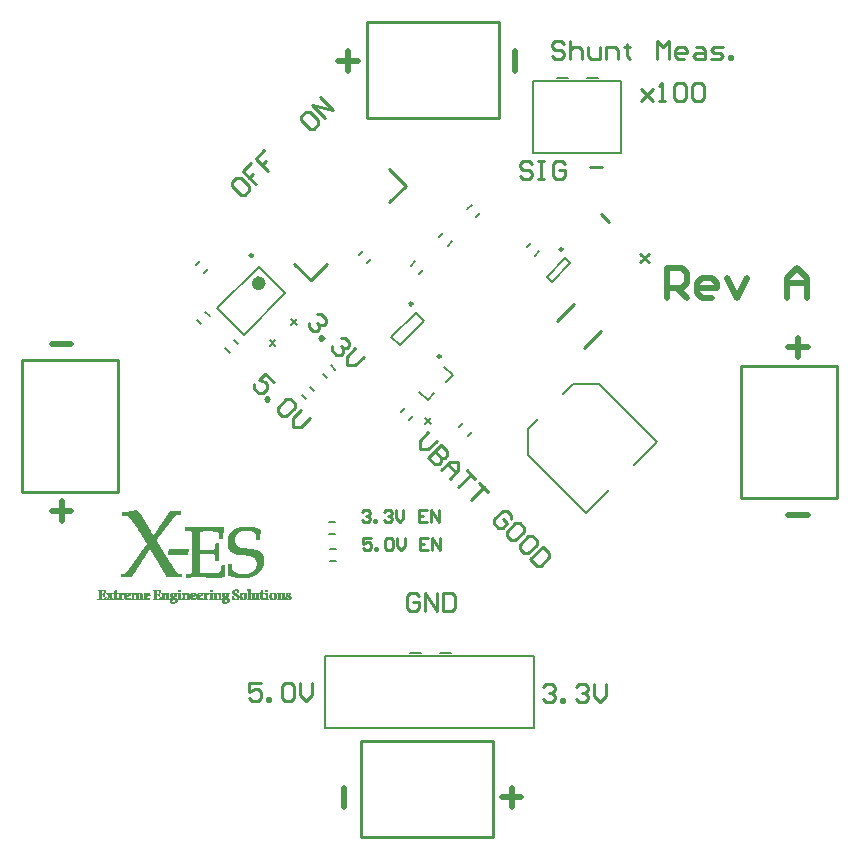
<source format=gto>
G04*
G04 #@! TF.GenerationSoftware,Altium Limited,Altium Designer,18.1.6 (161)*
G04*
G04 Layer_Color=65535*
%FSLAX25Y25*%
%MOIN*%
G70*
G01*
G75*
%ADD10C,0.00984*%
%ADD11C,0.02362*%
%ADD12C,0.00787*%
%ADD13C,0.01000*%
%ADD14C,0.00100*%
%ADD15C,0.00500*%
%ADD16C,0.01968*%
%ADD17C,0.00591*%
D10*
X168183Y211795D02*
G03*
X168183Y211795I-492J0D01*
G01*
X218187Y229922D02*
G03*
X218187Y229922I-492J0D01*
G01*
X177556Y194178D02*
G03*
X177556Y194178I-492J0D01*
G01*
X114946Y227912D02*
G03*
X114946Y227912I-492J0D01*
G01*
D11*
X118057Y218641D02*
G03*
X118057Y218641I-1181J0D01*
G01*
D12*
X161107Y200702D02*
X169180Y208775D01*
X163891Y197918D02*
X171964Y205991D01*
X169180Y208775D02*
X171964Y205991D01*
X161107Y200702D02*
X163891Y197918D01*
X219156Y226929D02*
X220827Y225259D01*
X213032Y220804D02*
X214702Y219134D01*
X213032Y220804D02*
X219156Y226929D01*
X214702Y219134D02*
X220827Y225259D01*
X153058Y225274D02*
X154450Y226666D01*
X150274Y228058D02*
X151666Y229450D01*
X140551Y130118D02*
X142520D01*
X140551Y126181D02*
X142520D01*
X140354Y138976D02*
X142323D01*
X140354Y135039D02*
X142323D01*
X178734Y190838D02*
X181518Y188054D01*
X179291Y185827D02*
X181518Y188054D01*
X170383Y182486D02*
X173167Y179702D01*
X175394Y181929D01*
X218189Y181616D02*
X221669Y185096D01*
X230299D01*
X206636Y161433D02*
Y170063D01*
X210116Y173543D01*
X230299Y185096D02*
X249647Y165748D01*
X241852Y157953D02*
X249647Y165748D01*
X225984Y142085D02*
X233779Y149880D01*
X206636Y161433D02*
X225984Y142085D01*
X189279Y240629D02*
X190671Y242021D01*
X186495Y243412D02*
X187887Y244804D01*
X179863Y231180D02*
X181255Y232572D01*
X177079Y233964D02*
X178471Y235356D01*
X170381Y221731D02*
X171773Y223123D01*
X167597Y224515D02*
X168989Y225907D01*
X208964Y227833D02*
X210356Y229225D01*
X206180Y230617D02*
X207572Y232009D01*
X98728Y221928D02*
X100119Y223320D01*
X95944Y224712D02*
X97335Y226104D01*
X186523Y167794D02*
X187915Y169186D01*
X183739Y170578D02*
X185131Y171970D01*
X102956Y210290D02*
X116876Y224209D01*
X111865Y201381D02*
X125784Y215301D01*
X116876Y224209D02*
X125784Y215301D01*
X102956Y210290D02*
X111865Y201381D01*
X131180Y181391D02*
X132572Y179999D01*
X133964Y184175D02*
X135356Y182783D01*
X105814Y196914D02*
X107206Y195522D01*
X108598Y199698D02*
X109990Y198306D01*
X164251Y175696D02*
X165643Y177088D01*
X167035Y172912D02*
X168427Y174304D01*
X138266Y188477D02*
X139658Y187085D01*
X141050Y191261D02*
X142442Y189869D01*
X96337Y206391D02*
X97729Y204999D01*
X99121Y209174D02*
X100513Y207783D01*
D13*
X160410Y245565D02*
X165978Y251132D01*
X160410Y256700D02*
X165978Y251132D01*
X134241Y219652D02*
X139809Y225220D01*
X128674D02*
X134241Y219652D01*
X216359Y205906D02*
X222016Y211563D01*
X225197Y197067D02*
X230854Y202724D01*
X152878Y273835D02*
Y305835D01*
Y273835D02*
X196878D01*
X152878Y305835D02*
X196878D01*
Y273835D02*
Y305835D01*
X37984Y148941D02*
X69984D01*
Y192941D01*
X37984Y148941D02*
Y192941D01*
X69984D01*
X277772Y190941D02*
X309772D01*
X277772Y146941D02*
Y190941D01*
X309772Y146941D02*
Y190941D01*
X277772Y146941D02*
X309772D01*
X194878Y34047D02*
Y66047D01*
X150878D02*
X194878D01*
X150878Y34047D02*
X194878D01*
X150878D02*
Y66047D01*
X207936Y258345D02*
X206936Y259345D01*
X204937D01*
X203937Y258345D01*
Y257345D01*
X204937Y256346D01*
X206936D01*
X207936Y255346D01*
Y254346D01*
X206936Y253346D01*
X204937D01*
X203937Y254346D01*
X209935Y259345D02*
X211934D01*
X210935D01*
Y253346D01*
X209935D01*
X211934D01*
X218932Y258345D02*
X217933Y259345D01*
X215933D01*
X214933Y258345D01*
Y254346D01*
X215933Y253346D01*
X217933D01*
X218932Y254346D01*
Y256346D01*
X216933D01*
X227362Y257527D02*
X231361D01*
X230861Y241884D02*
X233688Y239057D01*
X244050Y228499D02*
X246877Y225671D01*
X246877Y228499D02*
X244050Y225671D01*
X109494Y253803D02*
X108080Y252389D01*
Y250975D01*
X110907Y248148D01*
X112321D01*
X113735Y249562D01*
Y250975D01*
X110907Y253803D01*
X109494D01*
X114442Y258751D02*
X111614Y255924D01*
X113735Y253803D01*
X115149Y255217D01*
X113735Y253803D01*
X115855Y251682D01*
X118683Y262992D02*
X115855Y260165D01*
X117976Y258044D01*
X119390Y259458D01*
X117976Y258044D01*
X120097Y255924D01*
X132525Y275850D02*
X131111Y274436D01*
Y273023D01*
X133939Y270195D01*
X135353D01*
X136766Y271609D01*
Y273023D01*
X133939Y275850D01*
X132525D01*
X138887Y273729D02*
X134646Y277971D01*
X141715Y276557D01*
X137473Y280798D01*
X218762Y298502D02*
X217763Y299502D01*
X215763D01*
X214764Y298502D01*
Y297503D01*
X215763Y296503D01*
X217763D01*
X218762Y295503D01*
Y294504D01*
X217763Y293504D01*
X215763D01*
X214764Y294504D01*
X220762Y299502D02*
Y293504D01*
Y296503D01*
X221761Y297503D01*
X223761D01*
X224761Y296503D01*
Y293504D01*
X226760Y297503D02*
Y294504D01*
X227760Y293504D01*
X230759D01*
Y297503D01*
X232758Y293504D02*
Y297503D01*
X235757D01*
X236757Y296503D01*
Y293504D01*
X239756Y298502D02*
Y297503D01*
X238756D01*
X240755D01*
X239756D01*
Y294504D01*
X240755Y293504D01*
X249752D02*
Y299502D01*
X251752Y297503D01*
X253751Y299502D01*
Y293504D01*
X258750D02*
X256750D01*
X255750Y294504D01*
Y296503D01*
X256750Y297503D01*
X258750D01*
X259749Y296503D01*
Y295503D01*
X255750D01*
X262748Y297503D02*
X264748D01*
X265747Y296503D01*
Y293504D01*
X262748D01*
X261749Y294504D01*
X262748Y295503D01*
X265747D01*
X267747Y293504D02*
X270746D01*
X271745Y294504D01*
X270746Y295503D01*
X268746D01*
X267747Y296503D01*
X268746Y297503D01*
X271745D01*
X273745Y293504D02*
Y294504D01*
X274744D01*
Y293504D01*
X273745D01*
X244291Y283526D02*
X248290Y279528D01*
X246291Y281527D01*
X248290Y283526D01*
X244291Y279528D01*
X250289D02*
X252289D01*
X251289D01*
Y285526D01*
X250289Y284526D01*
X255288D02*
X256288Y285526D01*
X258287D01*
X259286Y284526D01*
Y280527D01*
X258287Y279528D01*
X256288D01*
X255288Y280527D01*
Y284526D01*
X261286D02*
X262285Y285526D01*
X264285D01*
X265285Y284526D01*
Y280527D01*
X264285Y279528D01*
X262285D01*
X261286Y280527D01*
Y284526D01*
X170337Y114447D02*
X169338Y115447D01*
X167338D01*
X166339Y114447D01*
Y110449D01*
X167338Y109449D01*
X169338D01*
X170337Y110449D01*
Y112448D01*
X168338D01*
X172337Y109449D02*
Y115447D01*
X176335Y109449D01*
Y115447D01*
X178335D02*
Y109449D01*
X181334D01*
X182333Y110449D01*
Y114447D01*
X181334Y115447D01*
X178335D01*
X211614Y83935D02*
X212614Y84935D01*
X214613D01*
X215613Y83935D01*
Y82936D01*
X214613Y81936D01*
X213614D01*
X214613D01*
X215613Y80936D01*
Y79937D01*
X214613Y78937D01*
X212614D01*
X211614Y79937D01*
X217612Y78937D02*
Y79937D01*
X218612D01*
Y78937D01*
X217612D01*
X222611Y83935D02*
X223610Y84935D01*
X225610D01*
X226609Y83935D01*
Y82936D01*
X225610Y81936D01*
X224610D01*
X225610D01*
X226609Y80936D01*
Y79937D01*
X225610Y78937D01*
X223610D01*
X222611Y79937D01*
X228609Y84935D02*
Y80936D01*
X230608Y78937D01*
X232607Y80936D01*
Y84935D01*
X117507Y85329D02*
X113509D01*
Y82330D01*
X115508Y83329D01*
X116508D01*
X117507Y82330D01*
Y80330D01*
X116508Y79331D01*
X114508D01*
X113509Y80330D01*
X119507Y79331D02*
Y80330D01*
X120506D01*
Y79331D01*
X119507D01*
X124505Y84329D02*
X125505Y85329D01*
X127504D01*
X128504Y84329D01*
Y80330D01*
X127504Y79331D01*
X125505D01*
X124505Y80330D01*
Y84329D01*
X130503Y85329D02*
Y81330D01*
X132502Y79331D01*
X134502Y81330D01*
Y85329D01*
X151378Y142453D02*
X152034Y143109D01*
X153346D01*
X154002Y142453D01*
Y141797D01*
X153346Y141141D01*
X152690D01*
X153346D01*
X154002Y140485D01*
Y139829D01*
X153346Y139173D01*
X152034D01*
X151378Y139829D01*
X155314Y139173D02*
Y139829D01*
X155970D01*
Y139173D01*
X155314D01*
X158593Y142453D02*
X159249Y143109D01*
X160561D01*
X161217Y142453D01*
Y141797D01*
X160561Y141141D01*
X159905D01*
X160561D01*
X161217Y140485D01*
Y139829D01*
X160561Y139173D01*
X159249D01*
X158593Y139829D01*
X162529Y143109D02*
Y140485D01*
X163841Y139173D01*
X165153Y140485D01*
Y143109D01*
X173024D02*
X170401D01*
Y139173D01*
X173024D01*
X170401Y141141D02*
X171713D01*
X174336Y139173D02*
Y143109D01*
X176960Y139173D01*
Y143109D01*
X154395Y133660D02*
X151772D01*
Y131692D01*
X153084Y132348D01*
X153740D01*
X154395Y131692D01*
Y130380D01*
X153740Y129724D01*
X152428D01*
X151772Y130380D01*
X155707Y129724D02*
Y130380D01*
X156363D01*
Y129724D01*
X155707D01*
X158987Y133004D02*
X159643Y133660D01*
X160955D01*
X161611Y133004D01*
Y130380D01*
X160955Y129724D01*
X159643D01*
X158987Y130380D01*
Y133004D01*
X162923Y133660D02*
Y131036D01*
X164235Y129724D01*
X165547Y131036D01*
Y133660D01*
X173418D02*
X170794D01*
Y129724D01*
X173418D01*
X170794Y131692D02*
X172106D01*
X174730Y129724D02*
Y133660D01*
X177354Y129724D01*
Y133660D01*
X121833Y185666D02*
X119005Y188493D01*
X116884Y186373D01*
X119005Y185666D01*
X119712Y184959D01*
Y183545D01*
X118298Y182131D01*
X116884D01*
X115471Y183545D01*
Y184959D01*
X119005Y180011D02*
X119712Y180718D01*
X120419Y180011D01*
X119712Y179304D01*
X119005Y180011D01*
X126074D02*
X127488D01*
X128901Y178597D01*
Y177183D01*
X126074Y174356D01*
X124660D01*
X123246Y175769D01*
Y177183D01*
X126074Y180011D01*
X131022Y176476D02*
X128194Y173649D01*
Y170821D01*
X131022Y170821D01*
X133850Y173649D01*
X136408Y208259D02*
X137822D01*
X139236Y206845D01*
Y205431D01*
X138529Y204724D01*
X137115D01*
X136408Y205431D01*
X137115Y204724D01*
Y203311D01*
X136408Y202604D01*
X134995D01*
X133581Y204017D01*
Y205431D01*
X137115Y200483D02*
X137822Y201190D01*
X138529Y200483D01*
X137822Y199776D01*
X137115Y200483D01*
X144184D02*
X145598D01*
X147012Y199069D01*
Y197656D01*
X146305Y196949D01*
X144891D01*
X144184Y197656D01*
X144891Y196949D01*
Y195535D01*
X144184Y194828D01*
X142770D01*
X141357Y196242D01*
Y197656D01*
X149132Y196949D02*
X146305Y194121D01*
Y191294D01*
X149132Y191294D01*
X151960Y194121D01*
X173464Y169005D02*
X170637Y166177D01*
Y163350D01*
X173464Y163350D01*
X176292Y166177D01*
X177705Y164764D02*
X173464Y160522D01*
X175585Y158402D01*
X176998D01*
X177705Y159109D01*
Y160522D01*
X175585Y162643D01*
X177705Y160522D01*
X179119D01*
X179826Y161229D01*
Y162643D01*
X177705Y164764D01*
Y156281D02*
X180533Y159109D01*
X183360D01*
X183360Y156281D01*
X180533Y153454D01*
X182653Y155574D01*
X179826Y158402D01*
X186188Y156281D02*
X189015Y153454D01*
X187602Y154867D01*
X183360Y150626D01*
X190429Y152040D02*
X193257Y149213D01*
X191843Y150626D01*
X187602Y146385D01*
X201032Y140023D02*
Y141437D01*
X199619Y142850D01*
X198205D01*
X195377Y140023D01*
Y138609D01*
X196791Y137196D01*
X198205D01*
X199619Y138609D01*
X198205Y140023D01*
X205274Y137196D02*
X203860Y138609D01*
X202446D01*
X199619Y135782D01*
Y134368D01*
X201032Y132954D01*
X202446D01*
X205274Y135782D01*
Y137196D01*
X209515Y132954D02*
X208101Y134368D01*
X206687D01*
X203860Y131541D01*
Y130127D01*
X205274Y128713D01*
X206687D01*
X209515Y131541D01*
Y132954D01*
X211635Y130834D02*
X207394Y126592D01*
X209515Y124472D01*
X210929D01*
X213756Y127299D01*
Y128713D01*
X211635Y130834D01*
D14*
X92309Y137125D02*
X105109D01*
X83509D02*
X85409D01*
X76509D02*
X80009D01*
X110309Y137225D02*
X115309D01*
X92309D02*
X105109D01*
X83609D02*
X85509D01*
X76409D02*
X79909D01*
X110709Y137325D02*
X114809D01*
X101709D02*
X103209D01*
X92409D02*
X92509D01*
X83609D02*
X85609D01*
X76309D02*
X79909D01*
X111209Y137425D02*
X114209D01*
X83709D02*
X85609D01*
X76309D02*
X79809D01*
X112309Y137525D02*
X113109D01*
X83809D02*
X85709D01*
X76209D02*
X79709D01*
X83809Y137625D02*
X85809D01*
X76109D02*
X79709D01*
X83909Y137725D02*
X85909D01*
X76109D02*
X79609D01*
X84009Y137825D02*
X85909D01*
X76009D02*
X79609D01*
X84109Y137925D02*
X86009D01*
X75909D02*
X79509D01*
X84109Y138025D02*
X86109D01*
X75909D02*
X79409D01*
X84209Y138125D02*
X86209D01*
X75809D02*
X79409D01*
X84309Y138225D02*
X86209D01*
X75709D02*
X79309D01*
X84309Y138325D02*
X86309D01*
X75709D02*
X79309D01*
X84409Y138425D02*
X86409D01*
X75609D02*
X79209D01*
X84509Y138525D02*
X86509D01*
X75509D02*
X79109D01*
X84509Y138625D02*
X86609D01*
X75509D02*
X79109D01*
X84609Y138725D02*
X86609D01*
X75409D02*
X79009D01*
X84709Y138825D02*
X86709D01*
X75309D02*
X79009D01*
X84709Y138925D02*
X86809D01*
X75309D02*
X78909D01*
X84809Y139025D02*
X86909D01*
X75209D02*
X78909D01*
X84909Y139125D02*
X86909D01*
X75109D02*
X78809D01*
X84909Y139225D02*
X87009D01*
X75009D02*
X78709D01*
X85009Y139325D02*
X87109D01*
X75009D02*
X78709D01*
X85109Y139425D02*
X87209D01*
X74909D02*
X78609D01*
X85209Y139525D02*
X87309D01*
X74809D02*
X78609D01*
X85209Y139625D02*
X87309D01*
X74709D02*
X78509D01*
X85309Y139725D02*
X87409D01*
X74709D02*
X78409D01*
X85409Y139825D02*
X87509D01*
X74609D02*
X78409D01*
X85409Y139925D02*
X87609D01*
X74509D02*
X78309D01*
X85509Y140025D02*
X87709D01*
X74409D02*
X78309D01*
X85609Y140125D02*
X87709D01*
X74309D02*
X78209D01*
X85609Y140225D02*
X87809D01*
X74209D02*
X78109D01*
X85709Y140325D02*
X87909D01*
X74109D02*
X78109D01*
X85809Y140425D02*
X88009D01*
X74009D02*
X78009D01*
X85809Y140525D02*
X88109D01*
X73909D02*
X77909D01*
X85909Y140625D02*
X88209D01*
X73809D02*
X77909D01*
X86009Y140725D02*
X88209D01*
X73709D02*
X77809D01*
X86009Y140825D02*
X88309D01*
X73609D02*
X77809D01*
X86109Y140925D02*
X88409D01*
X73509D02*
X77709D01*
X86209Y141025D02*
X88509D01*
X73309D02*
X77609D01*
X86309Y141125D02*
X88609D01*
X73209D02*
X77509D01*
X86309Y141225D02*
X88709D01*
X72909D02*
X77509D01*
X86409Y141325D02*
X88809D01*
X72609D02*
X77409D01*
X71309D02*
X71909D01*
X86509Y141425D02*
X88909D01*
X71309D02*
X77309D01*
X86509Y141525D02*
X89009D01*
X71309D02*
X77309D01*
X86609Y141625D02*
X89109D01*
X71309D02*
X77209D01*
X86709Y141725D02*
X89409D01*
X71309D02*
X77109D01*
X86709Y141825D02*
X90609D01*
X71309D02*
X77009D01*
X86809Y141925D02*
X90609D01*
X71309D02*
X76909D01*
X86909Y142025D02*
X90609D01*
X71309D02*
X76809D01*
X86909Y142125D02*
X90609D01*
X71309D02*
X76809D01*
X87009Y142225D02*
X90609D01*
X71309D02*
X76709D01*
X87109Y142325D02*
X90609D01*
X71609D02*
X76609D01*
X87109Y142425D02*
X90609D01*
X72309D02*
X76509D01*
X87209Y142525D02*
X90609D01*
X72909D02*
X76409D01*
X87309Y142625D02*
X90609D01*
X73509D02*
X76309D01*
X87309Y142725D02*
X90609D01*
X74209D02*
X76109D01*
X74809Y142825D02*
X76009D01*
X75409Y142925D02*
X75909D01*
X108109Y113625D02*
X108609D01*
X92909D02*
X93509D01*
X98609D02*
X99209D01*
X112009D02*
X112509D01*
X113309D02*
X114009D01*
X102109D02*
X102709D01*
X104709D02*
X106509D01*
X114809D02*
X115609D01*
X100709D02*
X101309D01*
X96309D02*
X98009D01*
X103509D02*
X104109D01*
X109509D02*
X110009D01*
X94209D02*
X95809D01*
X115709D02*
X116809D01*
X110709D02*
X111309D01*
X117509D02*
X118209D01*
X121909D02*
X122409D01*
X120609D02*
X121209D01*
X118509D02*
X118609D01*
X119109D02*
X119809D01*
X123309D02*
X123909D01*
X124709D02*
X125309D01*
X125909D02*
X126309D01*
X126909D02*
X127409D01*
X63409Y113525D02*
X65709D01*
X66109D02*
X66709D01*
X67309D02*
X68109D01*
X68809D02*
X69909D01*
X70309D02*
X71109D01*
X72309D02*
X73809D01*
X74409D02*
X75209D01*
X75809D02*
X76609D01*
X77209D02*
X78009D01*
X78809D02*
X80209D01*
X81809D02*
X84209D01*
X84609D02*
X85409D01*
X86109D02*
X86809D01*
X87409D02*
X89309D01*
X89909D02*
X90709D01*
X91309D02*
X92109D01*
X92809D02*
X93509D01*
X94209D02*
X95709D01*
X96409D02*
X97909D01*
X98509D02*
X99309D01*
X100609D02*
X101409D01*
X102009D02*
X102709D01*
X103409D02*
X104209D01*
X104809D02*
X106709D01*
X108109D02*
X108809D01*
X109409D02*
X109909D01*
X110809D02*
X111409D01*
X111909D02*
X112409D01*
X113209D02*
X114109D01*
X114809D02*
X117009D01*
X117509D02*
X118609D01*
X119109D02*
X119909D01*
X120709D02*
X121409D01*
X121809D02*
X122309D01*
X123209D02*
X124009D01*
X124609D02*
X125409D01*
X125909D02*
X126409D01*
X126909D02*
X127309D01*
X63109Y113425D02*
X65709D01*
X65809D02*
X66909D01*
X67109D02*
X68409D01*
X68809D02*
X69909D01*
X70109D02*
X71509D01*
X72409D02*
X73709D01*
X74109D02*
X75309D01*
X75609D02*
X76809D01*
X77009D02*
X78209D01*
X78909D02*
X80109D01*
X81509D02*
X84209D01*
X84409D02*
X85609D01*
X85909D02*
X87009D01*
X87509D02*
X89409D01*
X89709D02*
X91009D01*
X91109D02*
X92309D01*
X92609D02*
X93809D01*
X94409D02*
X95609D01*
X96509D02*
X97809D01*
X98309D02*
X99609D01*
X100309D02*
X101609D01*
X101709D02*
X102909D01*
X103209D02*
X104409D01*
X104809D02*
X106809D01*
X108109D02*
X109809D01*
X110909D02*
X112309D01*
X113009D02*
X114309D01*
X114909D02*
X115909D01*
X116109D02*
X117009D01*
X117509D02*
X118609D01*
X118809D02*
X120109D01*
X120809D02*
X122209D01*
X122909D02*
X124209D01*
X124409D02*
X125609D01*
X125909D02*
X127209D01*
X63109Y113325D02*
X65709D01*
X65809D02*
X66909D01*
X67109D02*
X68409D01*
X68909D02*
X69709D01*
X70109D02*
X71509D01*
X72609D02*
X73509D01*
X74109D02*
X75309D01*
X75609D02*
X76809D01*
X77009D02*
X78209D01*
X79009D02*
X80009D01*
X81509D02*
X84109D01*
X84409D02*
X85609D01*
X85909D02*
X87009D01*
X87609D02*
X89509D01*
X89709D02*
X91009D01*
X91109D02*
X92309D01*
X92609D02*
X93809D01*
X94509D02*
X95509D01*
X96709D02*
X97609D01*
X98309D02*
X99609D01*
X100309D02*
X101609D01*
X101709D02*
X102909D01*
X103209D02*
X104409D01*
X104909D02*
X106909D01*
X108309D02*
X109609D01*
X111109D02*
X112109D01*
X113009D02*
X114309D01*
X115009D02*
X115809D01*
X116109D02*
X116609D01*
X117609D02*
X118409D01*
X118809D02*
X120109D01*
X121009D02*
X122009D01*
X122909D02*
X124209D01*
X124409D02*
X125609D01*
X126009D02*
X127109D01*
X69109Y113225D02*
X69409D01*
X72909D02*
X73209D01*
X79309D02*
X79709D01*
X87709D02*
X89509D01*
X94809D02*
X95209D01*
X97009D02*
X97309D01*
X105109D02*
X106909D01*
X108709D02*
X109309D01*
X111409D02*
X111809D01*
X115209D02*
X115509D01*
X117909D02*
X118109D01*
X121309D02*
X121709D01*
X126409D02*
X126809D01*
X87609Y113125D02*
X87909D01*
X88909D02*
X89509D01*
X104909D02*
X105309D01*
X106209D02*
X106909D01*
X87409Y113025D02*
X87809D01*
X89009D02*
X89509D01*
X104809D02*
X105209D01*
X106409D02*
X106909D01*
X87309Y112925D02*
X87809D01*
X89009D02*
X89509D01*
X104709D02*
X105209D01*
X106409D02*
X106909D01*
X87309Y112825D02*
X87809D01*
X89009D02*
X89509D01*
X104609D02*
X105109D01*
X106409D02*
X106909D01*
X87209Y112725D02*
X87809D01*
X89009D02*
X89409D01*
X104609D02*
X105109D01*
X106409D02*
X106809D01*
X87209Y112625D02*
X87809D01*
X89009D02*
X89409D01*
X104609D02*
X105209D01*
X106409D02*
X106809D01*
X87309Y112525D02*
X87909D01*
X88909D02*
X89309D01*
X104609D02*
X105309D01*
X106309D02*
X106709D01*
X87309Y112425D02*
X88109D01*
X88709D02*
X89209D01*
X104709D02*
X105509D01*
X106109D02*
X106609D01*
X87409Y112325D02*
X89109D01*
X104709D02*
X106509D01*
X87509Y112225D02*
X88909D01*
X104909D02*
X106309D01*
X87709Y112125D02*
X88709D01*
X105109D02*
X106009D01*
X116109Y133925D02*
X117009D01*
X106709D02*
X108709D01*
X103809D02*
X104709D01*
X94709D02*
X97109D01*
X78409D02*
X83009D01*
X116109Y134025D02*
X117009D01*
X106709D02*
X108709D01*
X103809D02*
X104709D01*
X94609D02*
X97109D01*
X78409D02*
X83109D01*
X116109Y134125D02*
X117009D01*
X106809D02*
X108709D01*
X103809D02*
X104709D01*
X94609D02*
X97109D01*
X78309D02*
X83109D01*
X116109Y134225D02*
X117009D01*
X106809D02*
X108809D01*
X103809D02*
X104709D01*
X94609D02*
X97109D01*
X78309D02*
X83209D01*
X116109Y134325D02*
X117009D01*
X106809D02*
X108809D01*
X103809D02*
X104709D01*
X94609D02*
X97109D01*
X78209D02*
X83309D01*
X116109Y134425D02*
X117109D01*
X106909D02*
X108809D01*
X103809D02*
X104709D01*
X94609D02*
X97109D01*
X78109D02*
X83409D01*
X116109Y134525D02*
X117109D01*
X106909D02*
X108909D01*
X103809D02*
X104709D01*
X94609D02*
X97109D01*
X81709D02*
X83409D01*
X78109D02*
X81509D01*
X116109Y134625D02*
X117109D01*
X107009D02*
X108909D01*
X103809D02*
X104809D01*
X94609D02*
X97109D01*
X81809D02*
X83509D01*
X78009D02*
X81409D01*
X116109Y134725D02*
X117109D01*
X107009D02*
X109009D01*
X103809D02*
X104809D01*
X94609D02*
X97109D01*
X81809D02*
X83609D01*
X78009D02*
X81409D01*
X116109Y134825D02*
X117109D01*
X107109D02*
X109009D01*
X103809D02*
X104809D01*
X94609D02*
X97109D01*
X81909D02*
X83709D01*
X77909D02*
X81309D01*
X116109Y134925D02*
X117109D01*
X107109D02*
X109109D01*
X103709D02*
X104809D01*
X94609D02*
X97109D01*
X82009D02*
X83709D01*
X77809D02*
X81309D01*
X116109Y135025D02*
X117109D01*
X107209D02*
X109209D01*
X103709D02*
X104809D01*
X94609D02*
X97109D01*
X82109D02*
X83809D01*
X77809D02*
X81209D01*
X116009Y135125D02*
X117109D01*
X107209D02*
X109209D01*
X103709D02*
X104809D01*
X94609D02*
X97109D01*
X82109D02*
X83909D01*
X77709D02*
X81109D01*
X116009Y135225D02*
X117109D01*
X107309D02*
X109309D01*
X103709D02*
X104809D01*
X94609D02*
X97109D01*
X82209D02*
X84009D01*
X77609D02*
X81109D01*
X115909Y135325D02*
X117109D01*
X107409D02*
X109409D01*
X103709D02*
X104809D01*
X94509D02*
X97109D01*
X82309D02*
X84009D01*
X77609D02*
X81009D01*
X115909Y135425D02*
X117209D01*
X107409D02*
X109509D01*
X103709D02*
X104809D01*
X94509D02*
X97109D01*
X82309D02*
X84109D01*
X77509D02*
X81009D01*
X115709Y135525D02*
X117209D01*
X107509D02*
X109609D01*
X103709D02*
X104809D01*
X94509D02*
X97109D01*
X82409D02*
X84209D01*
X77509D02*
X80909D01*
X115609Y135625D02*
X117209D01*
X107609D02*
X109709D01*
X103709D02*
X104809D01*
X94509D02*
X97109D01*
X82509D02*
X84309D01*
X77409D02*
X80809D01*
X115509Y135725D02*
X117209D01*
X107709D02*
X109909D01*
X103609D02*
X104909D01*
X94509D02*
X97109D01*
X82509D02*
X84309D01*
X77309D02*
X80809D01*
X115309Y135825D02*
X117209D01*
X107809D02*
X110009D01*
X103309D02*
X104909D01*
X94509D02*
X97109D01*
X82609D02*
X84409D01*
X77309D02*
X80709D01*
X115109Y135925D02*
X117209D01*
X107909D02*
X110209D01*
X102909D02*
X104909D01*
X94509D02*
X97109D01*
X82709D02*
X84509D01*
X77209D02*
X80709D01*
X114909Y136025D02*
X117309D01*
X108009D02*
X110409D01*
X102409D02*
X104909D01*
X94409D02*
X97109D01*
X82709D02*
X84609D01*
X77209D02*
X80609D01*
X114609Y136125D02*
X117309D01*
X108109D02*
X110609D01*
X101609D02*
X104909D01*
X94409D02*
X97909D01*
X82809D02*
X84609D01*
X77109D02*
X80609D01*
X114309Y136225D02*
X117309D01*
X108209D02*
X110909D01*
X94209D02*
X104909D01*
X82909D02*
X84709D01*
X77009D02*
X80509D01*
X113909Y136325D02*
X117309D01*
X108409D02*
X111209D01*
X94009D02*
X104909D01*
X83009D02*
X84809D01*
X77009D02*
X80409D01*
X113309Y136425D02*
X117309D01*
X108509D02*
X111709D01*
X93009D02*
X105009D01*
X83009D02*
X84909D01*
X76909D02*
X80409D01*
X108609Y136525D02*
X117309D01*
X92409D02*
X105009D01*
X83109D02*
X84909D01*
X76809D02*
X80309D01*
X108809Y136625D02*
X117109D01*
X92309D02*
X105009D01*
X83209D02*
X85009D01*
X76809D02*
X80309D01*
X109009Y136725D02*
X116909D01*
X92309D02*
X105009D01*
X83209D02*
X85109D01*
X76709D02*
X80209D01*
X109209Y136825D02*
X116609D01*
X92309D02*
X105009D01*
X83309D02*
X85209D01*
X76709D02*
X80109D01*
X109409Y136925D02*
X116309D01*
X92309D02*
X105109D01*
X83409D02*
X85209D01*
X76609D02*
X80109D01*
X109709Y137025D02*
X116009D01*
X92309D02*
X105109D01*
X83409D02*
X85309D01*
X76509D02*
X80009D01*
X109909Y137125D02*
X115709D01*
X65309Y115925D02*
X65609D01*
X63609D02*
X64209D01*
X119209Y116025D02*
X119709D01*
X117609D02*
X118009D01*
X113409D02*
X114009D01*
X109709D02*
X110009D01*
X108209D02*
X108709D01*
X100709D02*
X101209D01*
X90009D02*
X90509D01*
X83709D02*
X84009D01*
X82009D02*
X82609D01*
X68909D02*
X69309D01*
X65309D02*
X65609D01*
X63609D02*
X64209D01*
X119109Y116125D02*
X119709D01*
X117709D02*
X118009D01*
X113409D02*
X114009D01*
X109709D02*
X110009D01*
X108209D02*
X108709D01*
X100609D02*
X101209D01*
X90009D02*
X90609D01*
X83709D02*
X84009D01*
X82009D02*
X82609D01*
X69009D02*
X69309D01*
X65309D02*
X65609D01*
X63609D02*
X64209D01*
X119109Y116225D02*
X119809D01*
X117809D02*
X118009D01*
X113409D02*
X114009D01*
X109609D02*
X110009D01*
X108309D02*
X108709D01*
X100609D02*
X101309D01*
X89909D02*
X90609D01*
X83609D02*
X84009D01*
X82009D02*
X82609D01*
X69109D02*
X69309D01*
X65209D02*
X65609D01*
X63609D02*
X64209D01*
X119109Y116325D02*
X119809D01*
X113409D02*
X114009D01*
X109509D02*
X110009D01*
X108309D02*
X108809D01*
X100609D02*
X101309D01*
X89909D02*
X90609D01*
X83409D02*
X84009D01*
X81909D02*
X82709D01*
X65009D02*
X65609D01*
X63509D02*
X64209D01*
X119109Y116425D02*
X119709D01*
X113309D02*
X114009D01*
X108409D02*
X110009D01*
X100609D02*
X101209D01*
X90009D02*
X90609D01*
X81609D02*
X84009D01*
X63209D02*
X65609D01*
X119209Y116525D02*
X119709D01*
X113109D02*
X114009D01*
X108609D02*
X109909D01*
X100709D02*
X101209D01*
X90009D02*
X90509D01*
X81609D02*
X84009D01*
X63209D02*
X65609D01*
X113009Y116625D02*
X114009D01*
X108909D02*
X109609D01*
X113309Y116725D02*
X114009D01*
X113809Y116825D02*
X113909D01*
X110209Y120625D02*
X112409D01*
X109409Y120725D02*
X113109D01*
X108909Y120825D02*
X113509D01*
X99309D02*
X104409D01*
X92709D02*
X94009D01*
X108409Y120925D02*
X113909D01*
X92609D02*
X105209D01*
X89209D02*
X91009D01*
X86309D02*
X87709D01*
X70909D02*
X74309D01*
X108009Y121025D02*
X114209D01*
X92609D02*
X105209D01*
X86209D02*
X91009D01*
X70909D02*
X74309D01*
X107709Y121125D02*
X114509D01*
X92609D02*
X105209D01*
X86109D02*
X91009D01*
X70909D02*
X74409D01*
X107409Y121225D02*
X114809D01*
X92609D02*
X105209D01*
X86109D02*
X91009D01*
X70909D02*
X74509D01*
X107109Y121325D02*
X115009D01*
X92609D02*
X105209D01*
X86009D02*
X91009D01*
X70909D02*
X74509D01*
X106809Y121425D02*
X115209D01*
X92609D02*
X105209D01*
X86009D02*
X91009D01*
X70909D02*
X74609D01*
X106609Y121525D02*
X115409D01*
X92609D02*
X105209D01*
X85909D02*
X91009D01*
X70909D02*
X74709D01*
X106709Y121625D02*
X115609D01*
X92709D02*
X105209D01*
X85809D02*
X91009D01*
X70909D02*
X74709D01*
X112809Y121725D02*
X115709D01*
X106709D02*
X110509D01*
X94109D02*
X105209D01*
X85809D02*
X91009D01*
X70909D02*
X74809D01*
X113309Y121825D02*
X115909D01*
X106709D02*
X110009D01*
X94309D02*
X105209D01*
X85709D02*
X91009D01*
X70909D02*
X74809D01*
X113709Y121925D02*
X116009D01*
X106709D02*
X109709D01*
X94409D02*
X105209D01*
X85709D02*
X89709D01*
X72209D02*
X74909D01*
X114009Y122025D02*
X116209D01*
X106709D02*
X109409D01*
X102809D02*
X105209D01*
X94409D02*
X97809D01*
X85609D02*
X89509D01*
X72409D02*
X75009D01*
X114209Y122125D02*
X116309D01*
X106709D02*
X109209D01*
X103409D02*
X105209D01*
X94509D02*
X97109D01*
X85609D02*
X89309D01*
X72509D02*
X75009D01*
X114409Y122225D02*
X116409D01*
X106709D02*
X109009D01*
X103709D02*
X105209D01*
X94509D02*
X97109D01*
X85509D02*
X89209D01*
X72609D02*
X75109D01*
X114609Y122325D02*
X116509D01*
X106709D02*
X108809D01*
X104009D02*
X105209D01*
X94609D02*
X97109D01*
X85409D02*
X89209D01*
X72709D02*
X75209D01*
X114809Y122425D02*
X116609D01*
X106709D02*
X108609D01*
X104109D02*
X105209D01*
X94609D02*
X97109D01*
X85409D02*
X89109D01*
X72809D02*
X75209D01*
X114909Y122525D02*
X116709D01*
X106809D02*
X108409D01*
X104109D02*
X105209D01*
X94609D02*
X97109D01*
X85309D02*
X89009D01*
X72909D02*
X75309D01*
X115009Y122625D02*
X116809D01*
X106809D02*
X108309D01*
X104109D02*
X105209D01*
X94609D02*
X97109D01*
X85309D02*
X88909D01*
X73009D02*
X75309D01*
X115209Y122725D02*
X116909D01*
X106809D02*
X108109D01*
X104109D02*
X105209D01*
X94609D02*
X97109D01*
X85209D02*
X88909D01*
X73109D02*
X75409D01*
X115309Y122825D02*
X117009D01*
X106809D02*
X108009D01*
X104109D02*
X105209D01*
X94609D02*
X97109D01*
X85109D02*
X88809D01*
X73209D02*
X75509D01*
X115409Y122925D02*
X117109D01*
X106809D02*
X107909D01*
X104209D02*
X105209D01*
X94609D02*
X97109D01*
X85109D02*
X88709D01*
X73209D02*
X75509D01*
X115509Y123025D02*
X117209D01*
X106809D02*
X107909D01*
X104209D02*
X105209D01*
X94609D02*
X97109D01*
X85009D02*
X88709D01*
X73309D02*
X75609D01*
X115509Y123125D02*
X117309D01*
X106809D02*
X107809D01*
X104209D02*
X105209D01*
X94609D02*
X97109D01*
X85009D02*
X88609D01*
X73409D02*
X75709D01*
X115609Y123225D02*
X117309D01*
X106809D02*
X107809D01*
X104209D02*
X105209D01*
X94609D02*
X97109D01*
X84909D02*
X88509D01*
X73509D02*
X75709D01*
X115709Y123325D02*
X117409D01*
X106809D02*
X107709D01*
X104209D02*
X105309D01*
X94609D02*
X97109D01*
X84809D02*
X88509D01*
X73509D02*
X75809D01*
X115709Y123425D02*
X117509D01*
X106809D02*
X107709D01*
X104309D02*
X105309D01*
X94709D02*
X97109D01*
X84809D02*
X88409D01*
X73609D02*
X75809D01*
X115809Y123525D02*
X117509D01*
X106809D02*
X107709D01*
X104309D02*
X105309D01*
X94709D02*
X97109D01*
X84709D02*
X88309D01*
X73709D02*
X75909D01*
X115909Y123625D02*
X117609D01*
X106809D02*
X107709D01*
X104309D02*
X105309D01*
X94709D02*
X97109D01*
X84709D02*
X88309D01*
X73809D02*
X76009D01*
X115909Y123725D02*
X117709D01*
X106809D02*
X107709D01*
X104309D02*
X105309D01*
X94709D02*
X97109D01*
X84609D02*
X88209D01*
X73809D02*
X76009D01*
X116009Y123825D02*
X117709D01*
X106809D02*
X107709D01*
X104409D02*
X105309D01*
X94709D02*
X97109D01*
X84509D02*
X88209D01*
X73909D02*
X76109D01*
X116009Y123925D02*
X117809D01*
X106809D02*
X107709D01*
X104409D02*
X105309D01*
X94709D02*
X97109D01*
X84509D02*
X88109D01*
X74009D02*
X76209D01*
X116009Y124025D02*
X117809D01*
X106809D02*
X107709D01*
X104409D02*
X105309D01*
X94709D02*
X97109D01*
X84409D02*
X88009D01*
X74109D02*
X76209D01*
X116109Y124125D02*
X117909D01*
X106809D02*
X107709D01*
X104409D02*
X105309D01*
X94709D02*
X97109D01*
X84409D02*
X88009D01*
X74109D02*
X76309D01*
X116109Y124225D02*
X117909D01*
X106809D02*
X107709D01*
X104409D02*
X105409D01*
X94709D02*
X97109D01*
X84309D02*
X87909D01*
X74209D02*
X76309D01*
X116109Y124325D02*
X118009D01*
X106809D02*
X107709D01*
X104509D02*
X105409D01*
X94709D02*
X97109D01*
X84209D02*
X87809D01*
X74309D02*
X76409D01*
X99309Y115225D02*
X100109D01*
X98409D02*
X99209D01*
X97409D02*
X98009D01*
X96509D02*
X96909D01*
X95309D02*
X95809D01*
X94309D02*
X94709D01*
X91209D02*
X93409D01*
X89809D02*
X90609D01*
X88609D02*
X89409D01*
X87509D02*
X88009D01*
X84509D02*
X86609D01*
X83509D02*
X83809D01*
X82009D02*
X82609D01*
X79809D02*
X80309D01*
X78809D02*
X79309D01*
X74309D02*
X77809D01*
X73309D02*
X73909D01*
X72409D02*
X72809D01*
X71109D02*
X72009D01*
X70209D02*
X71009D01*
X68709D02*
X69309D01*
X67509D02*
X67909D01*
X66309D02*
X66909D01*
X65009D02*
X65409D01*
X63609D02*
X64209D01*
X126909Y115325D02*
X127309D01*
X126009D02*
X126509D01*
X124009D02*
X125209D01*
X123009D02*
X123909D01*
X121709D02*
X122309D01*
X120809D02*
X121309D01*
X118909D02*
X119809D01*
X117109D02*
X118609D01*
X115809D02*
X116709D01*
X114409D02*
X115309D01*
X113409D02*
X114009D01*
X111809D02*
X112409D01*
X110809D02*
X111409D01*
X108209D02*
X109209D01*
X105809D02*
X106909D01*
X104909D02*
X105509D01*
X101809D02*
X103909D01*
X100409D02*
X101309D01*
X99409D02*
X100109D01*
X98309D02*
X99209D01*
X97309D02*
X97909D01*
X96609D02*
X97009D01*
X95109D02*
X95709D01*
X94409D02*
X94909D01*
X91209D02*
X93309D01*
X89709D02*
X90609D01*
X88509D02*
X89509D01*
X87609D02*
X88109D01*
X85409D02*
X86609D01*
X84409D02*
X85309D01*
X83509D02*
X83809D01*
X82009D02*
X82609D01*
X79709D02*
X80309D01*
X78909D02*
X79409D01*
X76609D02*
X77809D01*
X75209D02*
X76409D01*
X74209D02*
X75109D01*
X73209D02*
X73809D01*
X72509D02*
X72909D01*
X71209D02*
X72009D01*
X70109D02*
X71009D01*
X68409D02*
X69909D01*
X67409D02*
X68109D01*
X66109D02*
X67009D01*
X65109D02*
X65409D01*
X63609D02*
X64209D01*
X126109Y115425D02*
X127309D01*
X124109D02*
X125109D01*
X123109D02*
X123909D01*
X120909D02*
X122209D01*
X118909D02*
X119809D01*
X117109D02*
X118609D01*
X115709D02*
X116709D01*
X114409D02*
X115309D01*
X113409D02*
X114009D01*
X111009D02*
X112309D01*
X108109D02*
X109009D01*
X105009D02*
X107009D01*
X102909D02*
X103909D01*
X101809D02*
X102709D01*
X100409D02*
X101309D01*
X99409D02*
X100109D01*
X98409D02*
X99209D01*
X96709D02*
X97809D01*
X94509D02*
X95609D01*
X92309D02*
X93309D01*
X91209D02*
X92109D01*
X89809D02*
X90609D01*
X87709D02*
X89609D01*
X85509D02*
X86509D01*
X84509D02*
X85309D01*
X83509D02*
X83809D01*
X82009D02*
X82609D01*
X79009D02*
X80209D01*
X76709D02*
X77709D01*
X75309D02*
X76309D01*
X74209D02*
X75109D01*
X72609D02*
X73709D01*
X71309D02*
X71909D01*
X70209D02*
X71009D01*
X68409D02*
X69909D01*
X67309D02*
X68309D01*
X65909D02*
X67109D01*
X65109D02*
X65409D01*
X63609D02*
X64209D01*
X126309Y115525D02*
X127209D01*
X124309D02*
X125009D01*
X123509D02*
X123909D01*
X121109D02*
X122009D01*
X119409D02*
X119809D01*
X117209D02*
X118609D01*
X116109D02*
X116709D01*
X114709D02*
X115309D01*
X113409D02*
X114009D01*
X111209D02*
X112109D01*
X108109D02*
X108809D01*
X106709D02*
X107009D01*
X105209D02*
X106109D01*
X103009D02*
X103709D01*
X102309D02*
X102709D01*
X100909D02*
X101309D01*
X99609D02*
X100009D01*
X98909D02*
X99209D01*
X96909D02*
X97709D01*
X94709D02*
X95509D01*
X92409D02*
X93109D01*
X91709D02*
X92109D01*
X90209D02*
X90609D01*
X89309D02*
X89609D01*
X87909D02*
X88809D01*
X85709D02*
X86409D01*
X84909D02*
X85309D01*
X82009D02*
X82609D01*
X79209D02*
X80009D01*
X76909D02*
X77609D01*
X75509D02*
X76209D01*
X74709D02*
X75109D01*
X72809D02*
X73609D01*
X71409D02*
X71909D01*
X70709D02*
X71009D01*
X68509D02*
X69909D01*
X67309D02*
X68309D01*
X65909D02*
X67109D01*
X63609D02*
X64209D01*
X117409Y115625D02*
X118009D01*
X113409D02*
X114009D01*
X108109D02*
X108809D01*
X82009D02*
X82609D01*
X68709D02*
X69309D01*
X63609D02*
X64209D01*
X117409Y115725D02*
X118009D01*
X113409D02*
X114009D01*
X108109D02*
X108709D01*
X82009D02*
X82609D01*
X68709D02*
X69309D01*
X63609D02*
X64209D01*
X117409Y115825D02*
X118009D01*
X113409D02*
X114009D01*
X109809D02*
X110009D01*
X108109D02*
X108709D01*
X83809D02*
X84009D01*
X82009D02*
X82609D01*
X68709D02*
X69309D01*
X65409D02*
X65609D01*
X63609D02*
X64209D01*
X119409Y115925D02*
X119509D01*
X117509D02*
X118009D01*
X113409D02*
X114009D01*
X109809D02*
X110009D01*
X108109D02*
X108709D01*
X100909D02*
X101009D01*
X90209D02*
X90309D01*
X83809D02*
X84109D01*
X82009D02*
X82609D01*
X68809D02*
X69309D01*
X116109Y124425D02*
X118009D01*
X106809D02*
X107709D01*
X104509D02*
X105409D01*
X94709D02*
X97109D01*
X84209D02*
X87809D01*
X74309D02*
X76509D01*
X116209Y124525D02*
X118109D01*
X106809D02*
X107709D01*
X104509D02*
X105409D01*
X94709D02*
X97109D01*
X84109D02*
X87709D01*
X74409D02*
X76509D01*
X116209Y124625D02*
X118109D01*
X106809D02*
X107709D01*
X104509D02*
X105409D01*
X94709D02*
X97109D01*
X84109D02*
X87609D01*
X74509D02*
X76609D01*
X116209Y124725D02*
X118109D01*
X106809D02*
X107709D01*
X104509D02*
X105409D01*
X94709D02*
X97109D01*
X84009D02*
X87609D01*
X74609D02*
X76709D01*
X116209Y124825D02*
X118209D01*
X106809D02*
X107709D01*
X104609D02*
X105409D01*
X94709D02*
X97109D01*
X83909D02*
X87509D01*
X74609D02*
X76709D01*
X116209Y124925D02*
X118209D01*
X106809D02*
X107709D01*
X94709D02*
X97109D01*
X83909D02*
X87509D01*
X74709D02*
X76809D01*
X116209Y125025D02*
X118209D01*
X106809D02*
X107709D01*
X94709D02*
X97109D01*
X83809D02*
X87409D01*
X74809D02*
X76809D01*
X116209Y125125D02*
X118209D01*
X106909D02*
X107709D01*
X94709D02*
X97109D01*
X83809D02*
X87309D01*
X74909D02*
X76909D01*
X116209Y125225D02*
X118309D01*
X94709D02*
X97109D01*
X83709D02*
X87309D01*
X74909D02*
X77009D01*
X116209Y125325D02*
X118309D01*
X94709D02*
X97109D01*
X83609D02*
X87209D01*
X75009D02*
X77009D01*
X116209Y125425D02*
X118309D01*
X94709D02*
X97109D01*
X83609D02*
X87109D01*
X75109D02*
X77109D01*
X116209Y125525D02*
X118309D01*
X94709D02*
X97109D01*
X83509D02*
X87109D01*
X75209D02*
X77209D01*
X116209Y125625D02*
X118309D01*
X94709D02*
X97109D01*
X83509D02*
X87009D01*
X75209D02*
X77209D01*
X116209Y125725D02*
X118309D01*
X94709D02*
X97109D01*
X83409D02*
X87009D01*
X75309D02*
X77309D01*
X116209Y125825D02*
X118309D01*
X94709D02*
X97109D01*
X83309D02*
X86909D01*
X75409D02*
X77409D01*
X116209Y125925D02*
X118309D01*
X94709D02*
X97109D01*
X83309D02*
X86809D01*
X75409D02*
X77409D01*
X116209Y126025D02*
X118309D01*
X94709D02*
X97109D01*
X83209D02*
X86809D01*
X75509D02*
X77509D01*
X116109Y126125D02*
X118409D01*
X94709D02*
X97109D01*
X83209D02*
X86709D01*
X75609D02*
X77509D01*
X116109Y126225D02*
X118409D01*
X94709D02*
X97109D01*
X83109D02*
X86609D01*
X75709D02*
X77609D01*
X116109Y126325D02*
X118409D01*
X94709D02*
X97109D01*
X125909Y115125D02*
X126409D01*
X124609D02*
X125209D01*
X123309D02*
X124009D01*
X121909D02*
X122509D01*
X120609D02*
X121109D01*
X119109D02*
X119809D01*
X117409D02*
X118009D01*
X116109D02*
X116709D01*
X114709D02*
X115309D01*
X113409D02*
X114009D01*
X112009D02*
X112609D01*
X110709D02*
X111209D01*
X108309D02*
X109509D01*
X106009D02*
X106509D01*
X104809D02*
X105409D01*
X103309D02*
X104009D01*
X102009D02*
X102809D01*
X100709D02*
X101309D01*
X98609D02*
X100109D01*
X97509D02*
X98009D01*
X96409D02*
X96809D01*
X95309D02*
X95909D01*
X94209D02*
X94709D01*
X92709D02*
X93409D01*
X91409D02*
X92209D01*
X90009D02*
X90609D01*
X88609D02*
X89209D01*
X87409D02*
X88009D01*
X86009D02*
X86709D01*
X84709D02*
X85509D01*
X82009D02*
X83809D01*
X79809D02*
X80409D01*
X78709D02*
X79209D01*
X77209D02*
X77909D01*
X75809D02*
X76709D01*
X74509D02*
X75309D01*
X73409D02*
X74009D01*
X72309D02*
X72809D01*
X70409D02*
X71909D01*
X68709D02*
X69309D01*
X67409D02*
X67809D01*
X66309D02*
X67009D01*
X63609D02*
X65409D01*
X127009Y115225D02*
X127309D01*
X126009D02*
X126409D01*
X123109D02*
X125209D01*
X121809D02*
X122409D01*
X120609D02*
X121209D01*
X118909D02*
X119809D01*
X117409D02*
X118009D01*
X116009D02*
X116709D01*
X114609D02*
X115309D01*
X113409D02*
X114009D01*
X111909D02*
X112509D01*
X110709D02*
X111309D01*
X108209D02*
X109409D01*
X105909D02*
X106809D01*
X104809D02*
X105409D01*
X101809D02*
X104009D01*
X100409D02*
X101309D01*
X84709Y113825D02*
X85309D01*
X86109D02*
X86709D01*
X87409D02*
X88009D01*
X90009D02*
X90609D01*
X91509D02*
X92109D01*
X92909D02*
X93509D01*
X94109D02*
X94809D01*
X95709D02*
X95909D01*
X96209D02*
X97009D01*
X97909D02*
X98009D01*
X98609D02*
X99209D01*
X100709D02*
X101309D01*
X102109D02*
X102709D01*
X103509D02*
X104109D01*
X104809D02*
X105309D01*
X108109D02*
X108509D01*
X109609D02*
X110109D01*
X110609D02*
X111209D01*
X112109D02*
X112609D01*
X113409D02*
X114009D01*
X114709D02*
X115309D01*
X116109D02*
X116709D01*
X117409D02*
X118009D01*
X119209D02*
X119809D01*
X120509D02*
X121109D01*
X122009D02*
X122609D01*
X123309D02*
X123909D01*
X124709D02*
X125309D01*
X125809D02*
X126109D01*
X126909D02*
X127509D01*
X63609Y113725D02*
X64209D01*
X65409D02*
X65809D01*
X66409D02*
X66709D01*
X67209D02*
X67909D01*
X68709D02*
X69409D01*
X70409D02*
X71009D01*
X72209D02*
X73109D01*
X73609D02*
X74009D01*
X74509D02*
X75109D01*
X75909D02*
X76509D01*
X77309D02*
X77909D01*
X78609D02*
X79509D01*
X80009D02*
X80409D01*
X82009D02*
X82709D01*
X83809D02*
X84209D01*
X84709D02*
X85309D01*
X86109D02*
X86709D01*
X87309D02*
X88109D01*
X90009D02*
X90609D01*
X91509D02*
X92109D01*
X92909D02*
X93509D01*
X94109D02*
X95009D01*
X95509D02*
X95909D01*
X96209D02*
X97109D01*
X97709D02*
X98109D01*
X98609D02*
X99209D01*
X100709D02*
X101309D01*
X102109D02*
X102709D01*
X103509D02*
X104109D01*
X104709D02*
X105409D01*
X108109D02*
X108509D01*
X109509D02*
X110109D01*
X110609D02*
X111309D01*
X112009D02*
X112609D01*
X113409D02*
X114009D01*
X114709D02*
X115409D01*
X116009D02*
X116709D01*
X117409D02*
X118109D01*
X119209D02*
X119809D01*
X120509D02*
X121209D01*
X121909D02*
X122509D01*
X123309D02*
X123909D01*
X124709D02*
X125309D01*
X125809D02*
X126209D01*
X126909D02*
X127409D01*
X63509Y113625D02*
X64309D01*
X65309D02*
X65809D01*
X66309D02*
X66709D01*
X67309D02*
X68009D01*
X68709D02*
X69509D01*
X69709D02*
X69909D01*
X70409D02*
X71109D01*
X72209D02*
X73909D01*
X74509D02*
X75109D01*
X75909D02*
X76509D01*
X77309D02*
X77909D01*
X78709D02*
X80309D01*
X82009D02*
X82709D01*
X83709D02*
X84209D01*
X84709D02*
X85309D01*
X86109D02*
X86709D01*
X87309D02*
X89209D01*
X90009D02*
X90609D01*
X91409D02*
X92109D01*
X80209Y113825D02*
X80409D01*
X82009D02*
X82709D01*
X74509D02*
X75109D01*
X83909D02*
X84309D01*
X75909D02*
X76509D01*
X77309D02*
X77909D01*
X78609D02*
X79309D01*
X73809D02*
X74009D01*
X72109D02*
X72909D01*
X70409D02*
X71009D01*
X68709D02*
X69309D01*
X67209D02*
X67809D01*
X66509D02*
X66809D01*
X65509D02*
X65809D01*
X63609D02*
X64209D01*
X126909Y113925D02*
X127509D01*
X125809D02*
X126109D01*
X124709D02*
X125309D01*
X123309D02*
X123909D01*
X122009D02*
X122609D01*
X120409D02*
X121109D01*
X119209D02*
X119809D01*
X117409D02*
X118009D01*
X116109D02*
X116709D01*
X114709D02*
X115309D01*
X113409D02*
X114009D01*
X112109D02*
X112709D01*
X110509D02*
X111209D01*
X109609D02*
X110109D01*
X108009D02*
X108409D01*
X105009D02*
X105309D01*
X103509D02*
X104109D01*
X102109D02*
X102709D01*
X100709D02*
X101309D01*
X98609D02*
X99209D01*
X96209D02*
X96909D01*
X94009D02*
X94709D01*
X92909D02*
X93509D01*
X91509D02*
X92109D01*
X90009D02*
X90609D01*
X87609D02*
X88009D01*
X86109D02*
X86709D01*
X84709D02*
X85309D01*
X84009D02*
X84309D01*
X82009D02*
X82609D01*
X78509D02*
X79209D01*
X77309D02*
X77909D01*
X75909D02*
X76509D01*
X74509D02*
X75109D01*
X72109D02*
X72809D01*
X70409D02*
X71009D01*
X68709D02*
X69309D01*
X67109D02*
X67809D01*
X66509D02*
X66909D01*
X65509D02*
X65809D01*
X63609D02*
X64209D01*
X126809Y114025D02*
X127509D01*
X125809D02*
X126009D01*
X124709D02*
X125309D01*
X123309D02*
X123909D01*
X122009D02*
X122609D01*
X120409D02*
X121109D01*
X119209D02*
X119809D01*
X117409D02*
X118009D01*
X116109D02*
X116709D01*
X114709D02*
X115309D01*
X113409D02*
X114009D01*
X112109D02*
X112709D01*
X110509D02*
X111209D01*
X109609D02*
X110209D01*
X108009D02*
X108309D01*
X105109D02*
X105909D01*
X103509D02*
X104109D01*
X102109D02*
X102709D01*
X100709D02*
X101309D01*
X98609D02*
X99209D01*
X96109D02*
X96809D01*
X94009D02*
X94709D01*
X92909D02*
X93509D01*
X91509D02*
X92109D01*
X90009D02*
X90609D01*
X87709D02*
X88509D01*
X86109D02*
X86709D01*
X84709D02*
X85309D01*
X84009D02*
X84309D01*
X82009D02*
X82609D01*
X78509D02*
X79209D01*
X77309D02*
X77909D01*
X75909D02*
X76509D01*
X74509D02*
X75109D01*
X72109D02*
X72709D01*
X70409D02*
X71009D01*
X68709D02*
X69309D01*
X67009D02*
X67709D01*
X66609D02*
X66909D01*
X65609D02*
X65909D01*
X63609D02*
X64209D01*
X126609Y114125D02*
X127509D01*
X124709D02*
X125309D01*
X123309D02*
X123909D01*
X122009D02*
X122709D01*
X120409D02*
X121009D01*
X119209D02*
X119809D01*
X117409D02*
X118009D01*
X116109D02*
X116709D01*
X114709D02*
X115309D01*
X113409D02*
X114009D01*
X112109D02*
X112809D01*
X110509D02*
X111109D01*
X109609D02*
X110209D01*
X108009D02*
X108309D01*
X105109D02*
X106209D01*
X103509D02*
X104109D01*
X102109D02*
X102709D01*
X100709D02*
X101309D01*
X98609D02*
X99209D01*
X96109D02*
X96809D01*
X94009D02*
X94609D01*
X92909D02*
X93509D01*
X91509D02*
X92109D01*
X90009D02*
X90609D01*
X87709D02*
X88809D01*
X86109D02*
X86709D01*
X84709D02*
X85309D01*
X84109D02*
X84309D01*
X82009D02*
X82609D01*
X78509D02*
X79109D01*
X77309D02*
X77909D01*
X75909D02*
X76509D01*
X74509D02*
X75109D01*
X72009D02*
X72709D01*
X70409D02*
X71009D01*
X68709D02*
X69309D01*
X66709D02*
X67609D01*
X65609D02*
X65809D01*
X63609D02*
X64209D01*
X126409Y114225D02*
X127409D01*
X124709D02*
X125309D01*
X123309D02*
X123909D01*
X122009D02*
X122709D01*
X120309D02*
X121009D01*
X119209D02*
X119809D01*
X117409D02*
X118009D01*
X116109D02*
X116709D01*
X114709D02*
X115309D01*
X113409D02*
X114009D01*
X112109D02*
X112809D01*
X110409D02*
X111109D01*
X109509D02*
X110209D01*
X108009D02*
X108309D01*
X104909D02*
X106309D01*
X103509D02*
X104109D01*
X102109D02*
X102709D01*
X100709D02*
X101309D01*
X98609D02*
X99209D01*
X96109D02*
X96709D01*
X94009D02*
X94609D01*
X92909D02*
X93509D01*
X91509D02*
X92109D01*
X90009D02*
X90609D01*
X87609D02*
X89009D01*
X86109D02*
X86709D01*
X84709D02*
X85309D01*
X82009D02*
X82609D01*
X78509D02*
X79109D01*
X77309D02*
X77909D01*
X75909D02*
X76509D01*
X74509D02*
X75109D01*
X72009D02*
X72609D01*
X70409D02*
X71009D01*
X68709D02*
X69309D01*
X66809D02*
X67609D01*
X63609D02*
X64209D01*
X126209Y114325D02*
X127409D01*
X124709D02*
X125309D01*
X123309D02*
X123909D01*
X122009D02*
X122709D01*
X120309D02*
X121009D01*
X119209D02*
X119809D01*
X117409D02*
X118009D01*
X116109D02*
X116709D01*
X114709D02*
X115309D01*
X113409D02*
X114009D01*
X112109D02*
X112809D01*
X110409D02*
X111109D01*
X109509D02*
X110209D01*
X105909D02*
X106409D01*
X104809D02*
X105509D01*
X103509D02*
X104109D01*
X102109D02*
X102709D01*
X100709D02*
X101309D01*
X98609D02*
X99209D01*
X96109D02*
X96709D01*
X93909D02*
X94609D01*
X92909D02*
X93509D01*
X91509D02*
X92109D01*
X90009D02*
X90609D01*
X88509D02*
X89109D01*
X87509D02*
X88109D01*
X86109D02*
X86709D01*
X84709D02*
X85309D01*
X82009D02*
X82609D01*
X78509D02*
X79109D01*
X77309D02*
X77909D01*
X75909D02*
X76509D01*
X74509D02*
X75109D01*
X72009D02*
X72609D01*
X70409D02*
X71009D01*
X68709D02*
X69309D01*
X66809D02*
X67509D01*
X63609D02*
X64209D01*
X126109Y114425D02*
X127309D01*
X124709D02*
X125309D01*
X123309D02*
X123909D01*
X122009D02*
X122709D01*
X120309D02*
X121009D01*
X119209D02*
X119809D01*
X117409D02*
X118009D01*
X116109D02*
X116709D01*
X114709D02*
X115309D01*
X113409D02*
X114009D01*
X112109D02*
X112809D01*
X110409D02*
X111109D01*
X109409D02*
X110209D01*
X106009D02*
X106509D01*
X104809D02*
X105409D01*
X103509D02*
X104109D01*
X102109D02*
X102709D01*
X100709D02*
X101309D01*
X98609D02*
X99209D01*
X96109D02*
X96709D01*
X94009D02*
X94509D01*
X92909D02*
X93509D01*
X91509D02*
X92109D01*
X90009D02*
X90609D01*
X88609D02*
X89109D01*
X87409D02*
X88009D01*
X86109D02*
X86709D01*
X84709D02*
X85309D01*
X82009D02*
X82609D01*
X78509D02*
X79109D01*
X77309D02*
X77909D01*
X75909D02*
X76509D01*
X74509D02*
X75109D01*
X72009D02*
X72609D01*
X70409D02*
X71009D01*
X68709D02*
X69309D01*
X66809D02*
X67409D01*
X63609D02*
X64209D01*
X126009Y114525D02*
X127109D01*
X124709D02*
X125309D01*
X123309D02*
X123909D01*
X122009D02*
X122709D01*
X120309D02*
X121009D01*
X119209D02*
X119809D01*
X117409D02*
X118009D01*
X116109D02*
X116709D01*
X114709D02*
X115309D01*
X113409D02*
X114009D01*
X112109D02*
X112809D01*
X110409D02*
X111109D01*
X109209D02*
X110109D01*
X106009D02*
X106609D01*
X104709D02*
X105409D01*
X103509D02*
X104109D01*
X102109D02*
X102709D01*
X100709D02*
X101309D01*
X98609D02*
X99209D01*
X96109D02*
X97309D01*
X94009D02*
X95209D01*
X92909D02*
X93509D01*
X91509D02*
X92109D01*
X90009D02*
X90609D01*
X88609D02*
X89209D01*
X87409D02*
X88009D01*
X86109D02*
X86709D01*
X84709D02*
X85309D01*
X83509D02*
X83809D01*
X82009D02*
X82609D01*
X78509D02*
X79709D01*
X77309D02*
X77909D01*
X75909D02*
X76509D01*
X74509D02*
X75109D01*
X72009D02*
X73209D01*
X70409D02*
X71009D01*
X68709D02*
X69309D01*
X66709D02*
X67409D01*
X65109D02*
X65409D01*
X63609D02*
X64209D01*
X126009Y114625D02*
X127009D01*
X124709D02*
X125309D01*
X123309D02*
X123909D01*
X122009D02*
X122709D01*
X120409D02*
X121009D01*
X119209D02*
X119809D01*
X117409D02*
X118009D01*
X116109D02*
X116709D01*
X114709D02*
X115309D01*
X113409D02*
X114009D01*
X112109D02*
X112809D01*
X110509D02*
X111109D01*
X109109D02*
X110109D01*
X106009D02*
X106609D01*
X104709D02*
X105309D01*
X103509D02*
X104109D01*
X102109D02*
X102709D01*
X100709D02*
X101309D01*
X98609D02*
X99209D01*
X96109D02*
X98009D01*
X94009D02*
X95909D01*
X92909D02*
X93509D01*
X91509D02*
X92109D01*
X90009D02*
X90609D01*
X88709D02*
X89209D01*
X87309D02*
X88009D01*
X86109D02*
X86709D01*
X84709D02*
X85309D01*
X83509D02*
X83809D01*
X82009D02*
X82609D01*
X78509D02*
X80409D01*
X77309D02*
X77909D01*
X75909D02*
X76509D01*
X74509D02*
X75109D01*
X72109D02*
X74009D01*
X70409D02*
X71009D01*
X68709D02*
X69309D01*
X66709D02*
X67409D01*
X65109D02*
X65409D01*
X63609D02*
X64209D01*
X125909Y114725D02*
X126709D01*
X124709D02*
X125309D01*
X123309D02*
X123909D01*
X122009D02*
X122709D01*
X120409D02*
X121009D01*
X119209D02*
X119809D01*
X117409D02*
X118009D01*
X116109D02*
X116709D01*
X114709D02*
X115309D01*
X113409D02*
X114009D01*
X112109D02*
X112809D01*
X110509D02*
X111109D01*
X108909D02*
X110009D01*
X106009D02*
X106609D01*
X104709D02*
X105309D01*
X103509D02*
X104109D01*
X102109D02*
X102709D01*
X100709D02*
X101309D01*
X98609D02*
X99209D01*
X96209D02*
X98109D01*
X94009D02*
X95909D01*
X92909D02*
X93509D01*
X91509D02*
X92109D01*
X90009D02*
X90609D01*
X88709D02*
X89209D01*
X87309D02*
X87909D01*
X86109D02*
X86709D01*
X84709D02*
X85309D01*
X83509D02*
X83809D01*
X82009D02*
X82609D01*
X78509D02*
X80509D01*
X77309D02*
X77909D01*
X75909D02*
X76509D01*
X74509D02*
X75109D01*
X72109D02*
X74009D01*
X70409D02*
X71009D01*
X68709D02*
X69309D01*
X66609D02*
X67409D01*
X65009D02*
X65409D01*
X63609D02*
X64209D01*
X125909Y114825D02*
X126609D01*
X124709D02*
X125309D01*
X123309D02*
X123909D01*
X122009D02*
X122609D01*
X120409D02*
X121009D01*
X119209D02*
X119809D01*
X117409D02*
X118009D01*
X116109D02*
X116709D01*
X114709D02*
X115309D01*
X113409D02*
X114009D01*
X112109D02*
X112709D01*
X110509D02*
X111109D01*
X108709D02*
X109909D01*
X106009D02*
X106609D01*
X104709D02*
X105309D01*
X103509D02*
X104109D01*
X102109D02*
X102709D01*
X100709D02*
X101309D01*
X98609D02*
X99209D01*
X97509D02*
X98109D01*
X96209D02*
X96709D01*
X95309D02*
X95909D01*
X94109D02*
X94609D01*
X92909D02*
X93509D01*
X91509D02*
X92109D01*
X90009D02*
X90609D01*
X88709D02*
X89209D01*
X87309D02*
X87909D01*
X86109D02*
X86709D01*
X84709D02*
X85309D01*
X83309D02*
X83809D01*
X82009D02*
X82609D01*
X79809D02*
X80509D01*
X78609D02*
X79109D01*
X77309D02*
X77909D01*
X75909D02*
X76509D01*
X74509D02*
X75109D01*
X73409D02*
X74009D01*
X72109D02*
X72609D01*
X70409D02*
X71109D01*
X68709D02*
X69309D01*
X66509D02*
X67509D01*
X64909D02*
X65409D01*
X63609D02*
X64209D01*
X127209Y114925D02*
X127309D01*
X125909D02*
X126409D01*
X124709D02*
X125309D01*
X123309D02*
X123909D01*
X122009D02*
X122609D01*
X120509D02*
X121009D01*
X119209D02*
X119809D01*
X117409D02*
X118009D01*
X116109D02*
X116709D01*
X114709D02*
X115309D01*
X113409D02*
X114009D01*
X112009D02*
X112709D01*
X110509D02*
X111109D01*
X108509D02*
X109809D01*
X106009D02*
X106609D01*
X104709D02*
X105309D01*
X103509D02*
X104109D01*
X102109D02*
X102709D01*
X100709D02*
X101309D01*
X98609D02*
X99309D01*
X97509D02*
X98109D01*
X96209D02*
X96709D01*
X95409D02*
X95909D01*
X94109D02*
X94609D01*
X92809D02*
X93509D01*
X91509D02*
X92109D01*
X90009D02*
X90609D01*
X88709D02*
X89209D01*
X87309D02*
X87909D01*
X86109D02*
X86709D01*
X84709D02*
X85309D01*
X82009D02*
X83809D01*
X79909D02*
X80409D01*
X78609D02*
X79109D01*
X77309D02*
X77909D01*
X75909D02*
X76509D01*
X74509D02*
X75109D01*
X73409D02*
X74009D01*
X72209D02*
X72709D01*
X70409D02*
X71109D01*
X68709D02*
X69309D01*
X67309D02*
X67609D01*
X66509D02*
X67109D01*
X63609D02*
X65409D01*
X127109Y115025D02*
X127409D01*
X125909D02*
X126409D01*
X124609D02*
X125309D01*
X123309D02*
X123909D01*
X121909D02*
X122609D01*
X120509D02*
X121109D01*
X119209D02*
X119809D01*
X117409D02*
X118009D01*
X116109D02*
X116709D01*
X114709D02*
X115309D01*
X113409D02*
X114009D01*
X112009D02*
X112709D01*
X110609D02*
X111209D01*
X108409D02*
X109709D01*
X106009D02*
X106609D01*
X104709D02*
X105309D01*
X103409D02*
X104009D01*
X102109D02*
X102709D01*
X100709D02*
X101309D01*
X99709D02*
X100009D01*
X98609D02*
X99409D01*
X97509D02*
X98109D01*
X96309D02*
X96809D01*
X95309D02*
X95909D01*
X94109D02*
X94609D01*
X92809D02*
X93409D01*
X91509D02*
X92109D01*
X90009D02*
X90609D01*
X88709D02*
X89209D01*
X87409D02*
X88009D01*
X86109D02*
X86709D01*
X84709D02*
X85309D01*
X82009D02*
X83809D01*
X79909D02*
X80409D01*
X78709D02*
X79109D01*
X77309D02*
X77909D01*
X75809D02*
X76509D01*
X74509D02*
X75109D01*
X73409D02*
X74009D01*
X72209D02*
X72709D01*
X71509D02*
X71809D01*
X70409D02*
X71209D01*
X68709D02*
X69309D01*
X67309D02*
X67709D01*
X66409D02*
X67009D01*
X63609D02*
X65409D01*
X127009Y115125D02*
X127309D01*
X83009Y126325D02*
X86609D01*
X75709D02*
X77709D01*
X116009Y126425D02*
X118409D01*
X94709D02*
X97109D01*
X83009D02*
X86509D01*
X75809D02*
X77709D01*
X116009Y126525D02*
X118409D01*
X102409D02*
X103409D01*
X94709D02*
X97109D01*
X82909D02*
X86509D01*
X75909D02*
X77809D01*
X115909Y126625D02*
X118409D01*
X102409D02*
X103309D01*
X94709D02*
X97109D01*
X82909D02*
X86409D01*
X76009D02*
X77909D01*
X115909Y126725D02*
X118309D01*
X102409D02*
X103309D01*
X94709D02*
X97109D01*
X82809D02*
X86309D01*
X76009D02*
X77909D01*
X115809Y126825D02*
X118309D01*
X102409D02*
X103309D01*
X94709D02*
X97109D01*
X82709D02*
X86309D01*
X76109D02*
X78009D01*
X115809Y126925D02*
X118309D01*
X102409D02*
X103309D01*
X94709D02*
X97109D01*
X82709D02*
X86209D01*
X76209D02*
X78109D01*
X115709Y127025D02*
X118309D01*
X102409D02*
X103309D01*
X94709D02*
X97109D01*
X82609D02*
X86109D01*
X76209D02*
X78109D01*
X115609Y127125D02*
X118309D01*
X102409D02*
X103309D01*
X94709D02*
X97109D01*
X82609D02*
X86109D01*
X76309D02*
X78209D01*
X115509Y127225D02*
X118309D01*
X102409D02*
X103309D01*
X94709D02*
X97109D01*
X82509D02*
X86009D01*
X76409D02*
X78309D01*
X115309Y127325D02*
X118309D01*
X102409D02*
X103309D01*
X94709D02*
X97109D01*
X82409D02*
X85909D01*
X76509D02*
X78309D01*
X115209Y127425D02*
X118209D01*
X102409D02*
X103309D01*
X94709D02*
X97109D01*
X82409D02*
X85909D01*
X76509D02*
X78409D01*
X115009Y127525D02*
X118209D01*
X102409D02*
X103309D01*
X94709D02*
X97109D01*
X82309D02*
X85809D01*
X76609D02*
X78509D01*
X114809Y127625D02*
X118209D01*
X102409D02*
X103309D01*
X94709D02*
X97109D01*
X82309D02*
X85809D01*
X76709D02*
X78509D01*
X114609Y127725D02*
X118109D01*
X102409D02*
X103309D01*
X94709D02*
X97109D01*
X82209D02*
X85709D01*
X76709D02*
X78609D01*
X114309Y127825D02*
X118109D01*
X102409D02*
X103309D01*
X94709D02*
X97109D01*
X82109D02*
X85609D01*
X76809D02*
X78709D01*
X113909Y127925D02*
X118109D01*
X102409D02*
X103309D01*
X94709D02*
X97109D01*
X82109D02*
X85609D01*
X76909D02*
X78709D01*
X113409Y128025D02*
X118009D01*
X102409D02*
X103309D01*
X94709D02*
X97109D01*
X82009D02*
X85509D01*
X77009D02*
X78809D01*
X112509Y128125D02*
X118009D01*
X102409D02*
X103309D01*
X94709D02*
X97109D01*
X82009D02*
X85509D01*
X77009D02*
X78909D01*
X111509Y128225D02*
X117909D01*
X102309D02*
X103309D01*
X94709D02*
X97109D01*
X81909D02*
X85409D01*
X77109D02*
X78909D01*
X110509Y128325D02*
X117909D01*
X102309D02*
X103309D01*
X94709D02*
X97109D01*
X91409D02*
X92909D01*
X86609D02*
X88309D01*
X81809D02*
X85309D01*
X77209D02*
X79009D01*
X109909Y128425D02*
X117809D01*
X102209D02*
X103309D01*
X94709D02*
X97109D01*
X86509D02*
X92909D01*
X81809D02*
X85309D01*
X77309D02*
X79109D01*
X109409Y128525D02*
X117709D01*
X102109D02*
X103309D01*
X94709D02*
X97109D01*
X86509D02*
X93009D01*
X81709D02*
X85209D01*
X77309D02*
X79109D01*
X109109Y128625D02*
X117709D01*
X101809D02*
X103309D01*
X94709D02*
X97109D01*
X86609D02*
X93009D01*
X81709D02*
X85109D01*
X77409D02*
X79209D01*
X108809Y128725D02*
X117609D01*
X94709D02*
X103309D01*
X86609D02*
X93009D01*
X81609D02*
X85109D01*
X77509D02*
X79309D01*
X108509Y128825D02*
X117509D01*
X94709D02*
X103309D01*
X86609D02*
X93009D01*
X81509D02*
X85009D01*
X77509D02*
X79309D01*
X108309Y128925D02*
X117409D01*
X94709D02*
X103309D01*
X86709D02*
X93109D01*
X81509D02*
X85009D01*
X77609D02*
X79409D01*
X108109Y129025D02*
X117309D01*
X94709D02*
X103309D01*
X86709D02*
X93109D01*
X81409D02*
X84909D01*
X77709D02*
X79509D01*
X107909Y129125D02*
X117209D01*
X94709D02*
X103309D01*
X86709D02*
X93109D01*
X81409D02*
X84809D01*
X77809D02*
X79609D01*
X107809Y129225D02*
X117109D01*
X94709D02*
X103309D01*
X86809D02*
X93209D01*
X81309D02*
X84809D01*
X77809D02*
X79609D01*
X107609Y129325D02*
X116909D01*
X94709D02*
X103309D01*
X86809D02*
X93209D01*
X81209D02*
X84709D01*
X77909D02*
X79709D01*
X107509Y129425D02*
X116709D01*
X94709D02*
X103309D01*
X86809D02*
X93209D01*
X81209D02*
X84609D01*
X78009D02*
X79809D01*
X107409Y129525D02*
X116509D01*
X94709D02*
X103309D01*
X86909D02*
X93309D01*
X81109D02*
X84609D01*
X78009D02*
X79809D01*
X107409Y129625D02*
X116209D01*
X94709D02*
X103309D01*
X86909D02*
X93309D01*
X81109D02*
X84509D01*
X78109D02*
X79909D01*
X107309Y129725D02*
X115909D01*
X94709D02*
X103309D01*
X87009D02*
X93409D01*
X81009D02*
X84509D01*
X78209D02*
X80009D01*
X107209Y129825D02*
X115509D01*
X100609D02*
X103309D01*
X94709D02*
X99309D01*
X87009D02*
X93409D01*
X80909D02*
X84409D01*
X78309D02*
X80109D01*
X107109Y129925D02*
X115009D01*
X102009D02*
X103309D01*
X94709D02*
X97109D01*
X87009D02*
X93409D01*
X80909D02*
X84309D01*
X78309D02*
X80109D01*
X107109Y130025D02*
X114309D01*
X102209D02*
X103309D01*
X94709D02*
X97109D01*
X87109D02*
X93409D01*
X80809D02*
X84309D01*
X78409D02*
X80209D01*
X107009Y130125D02*
X113509D01*
X102309D02*
X103309D01*
X94709D02*
X97109D01*
X91709D02*
X93409D01*
X87109D02*
X88409D01*
X80809D02*
X84209D01*
X78509D02*
X80309D01*
X107009Y130225D02*
X112509D01*
X102309D02*
X103309D01*
X94709D02*
X97109D01*
X80709D02*
X84109D01*
X78609D02*
X80409D01*
X106909Y130325D02*
X111709D01*
X102409D02*
X103309D01*
X94709D02*
X97109D01*
X80709D02*
X84109D01*
X78609D02*
X80409D01*
X106909Y130425D02*
X111009D01*
X102409D02*
X103309D01*
X94709D02*
X97109D01*
X80609D02*
X84009D01*
X78709D02*
X80509D01*
X106809Y130525D02*
X110609D01*
X102409D02*
X103309D01*
X94709D02*
X97109D01*
X78809D02*
X84009D01*
X106809Y130625D02*
X110309D01*
X102409D02*
X103309D01*
X94709D02*
X97109D01*
X78809D02*
X83909D01*
X106809Y130725D02*
X110009D01*
X102409D02*
X103309D01*
X94709D02*
X97109D01*
X78909D02*
X83809D01*
X106709Y130825D02*
X109909D01*
X102409D02*
X103309D01*
X94709D02*
X97109D01*
X79009D02*
X83809D01*
X106709Y130925D02*
X109709D01*
X102409D02*
X103309D01*
X94709D02*
X97109D01*
X79109D02*
X83709D01*
X106709Y131025D02*
X109609D01*
X102409D02*
X103309D01*
X94709D02*
X97109D01*
X79109D02*
X83609D01*
X106609Y131125D02*
X109409D01*
X102409D02*
X103309D01*
X94709D02*
X97109D01*
X79209D02*
X83609D01*
X106609Y131225D02*
X109309D01*
X102409D02*
X103309D01*
X94709D02*
X97109D01*
X79309D02*
X83509D01*
X106609Y131325D02*
X109209D01*
X102409D02*
X103309D01*
X94709D02*
X97109D01*
X79309D02*
X83509D01*
X106609Y131425D02*
X109209D01*
X102409D02*
X103309D01*
X94709D02*
X97109D01*
X79409D02*
X83409D01*
X106609Y131525D02*
X109109D01*
X102409D02*
X103309D01*
X94709D02*
X97109D01*
X79509D02*
X83309D01*
X106509Y131625D02*
X109009D01*
X102409D02*
X103309D01*
X94709D02*
X97109D01*
X79609D02*
X83309D01*
X106509Y131725D02*
X109009D01*
X102409D02*
X103309D01*
X94709D02*
X97109D01*
X79609D02*
X83209D01*
X106509Y131825D02*
X108909D01*
X102409D02*
X103309D01*
X94709D02*
X97109D01*
X79709D02*
X83109D01*
X106509Y131925D02*
X108909D01*
X102509D02*
X103309D01*
X94709D02*
X97109D01*
X79609D02*
X83109D01*
X106509Y132025D02*
X108809D01*
X94709D02*
X97109D01*
X79609D02*
X83009D01*
X106509Y132125D02*
X108809D01*
X94709D02*
X97109D01*
X79509D02*
X83009D01*
X106509Y132225D02*
X108709D01*
X94709D02*
X97109D01*
X79509D02*
X82909D01*
X106509Y132325D02*
X108709D01*
X94709D02*
X97109D01*
X79409D02*
X82809D01*
X106509Y132425D02*
X108709D01*
X94709D02*
X97109D01*
X79309D02*
X82809D01*
X106509Y132525D02*
X108609D01*
X94709D02*
X97109D01*
X79309D02*
X82709D01*
X106509Y132625D02*
X108609D01*
X94709D02*
X97109D01*
X79209D02*
X82709D01*
X106509Y132725D02*
X108609D01*
X94709D02*
X97109D01*
X79209D02*
X82609D01*
X106509Y132825D02*
X108609D01*
X94709D02*
X97109D01*
X79109D02*
X82509D01*
X106509Y132925D02*
X108609D01*
X94709D02*
X97109D01*
X79009D02*
X82509D01*
X106509Y133025D02*
X108609D01*
X94709D02*
X97109D01*
X79009D02*
X82409D01*
X106509Y133125D02*
X108609D01*
X94709D02*
X97109D01*
X78909D02*
X82409D01*
X106509Y133225D02*
X108609D01*
X94709D02*
X97109D01*
X78909D02*
X82509D01*
X116109Y133325D02*
X117009D01*
X106509D02*
X108609D01*
X94709D02*
X97109D01*
X78809D02*
X82609D01*
X116109Y133425D02*
X117009D01*
X106609D02*
X108609D01*
X94709D02*
X97109D01*
X78709D02*
X82609D01*
X116109Y133525D02*
X117009D01*
X106609D02*
X108609D01*
X94709D02*
X97109D01*
X78709D02*
X82709D01*
X116109Y133625D02*
X117009D01*
X106609D02*
X108609D01*
X103809D02*
X104709D01*
X94709D02*
X97109D01*
X78609D02*
X82809D01*
X116109Y133725D02*
X117009D01*
X106609D02*
X108609D01*
X103809D02*
X104709D01*
X94709D02*
X97109D01*
X78609D02*
X82809D01*
X116109Y133825D02*
X117009D01*
X106709D02*
X108709D01*
X103809D02*
X104709D01*
X94709D02*
X97109D01*
X78509D02*
X82909D01*
D15*
X216378Y287204D02*
X219921D01*
X226378Y287205D02*
X229921D01*
X208268Y262008D02*
X237795D01*
Y286024D01*
X208268D02*
X237795D01*
X208268Y262008D02*
Y286024D01*
X138858Y70276D02*
Y94291D01*
X208543D01*
Y70276D02*
Y94291D01*
X138858Y70276D02*
X208543D01*
X177441Y95472D02*
X180984D01*
X167441Y95472D02*
X170984D01*
D16*
X202285Y289370D02*
Y295930D01*
X146576Y289370D02*
Y295930D01*
X143297Y292650D02*
X149856D01*
X54449Y198348D02*
X47889D01*
X54449Y142639D02*
X47889D01*
X51169Y139360D02*
Y145919D01*
X145471Y50512D02*
Y43952D01*
X201180Y50512D02*
Y43952D01*
X204459Y47232D02*
X197900D01*
X293307Y141534D02*
X299867D01*
X293307Y197242D02*
X299867D01*
X296587Y200522D02*
Y193963D01*
X252953Y213583D02*
Y223579D01*
X257951D01*
X259617Y221913D01*
Y218581D01*
X257951Y216915D01*
X252953D01*
X256285D02*
X259617Y213583D01*
X267948D02*
X264616D01*
X262949Y215249D01*
Y218581D01*
X264616Y220247D01*
X267948D01*
X269614Y218581D01*
Y216915D01*
X262949D01*
X272946Y220247D02*
X276279Y213583D01*
X279611Y220247D01*
X292940Y213583D02*
Y220247D01*
X296272Y223579D01*
X299604Y220247D01*
Y213583D01*
Y218581D01*
X292940D01*
D17*
X120614Y199644D02*
X122469Y197789D01*
Y199644D02*
X120614Y197789D01*
X172488Y171881D02*
X174344Y173736D01*
X172488D02*
X174344Y171881D01*
X127701Y206731D02*
X129556Y204876D01*
Y206731D02*
X127701Y204876D01*
M02*

</source>
